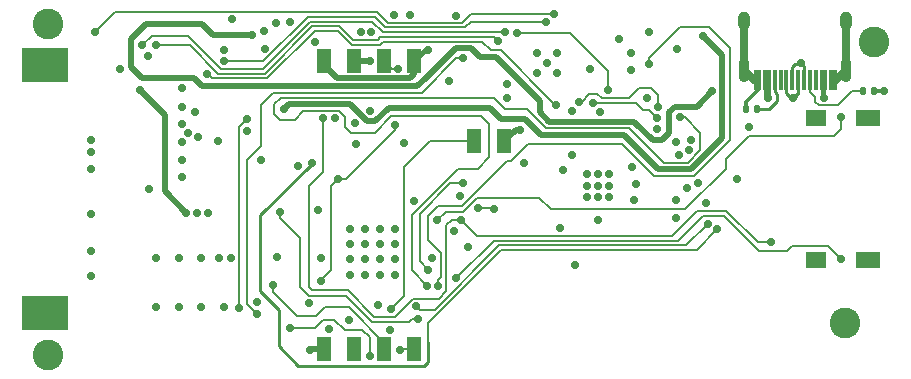
<source format=gtl>
G04 #@! TF.GenerationSoftware,KiCad,Pcbnew,8.0.1*
G04 #@! TF.CreationDate,2024-04-28T03:10:51-05:00*
G04 #@! TF.ProjectId,mini_ble,6d696e69-5f62-46c6-952e-6b696361645f,rev?*
G04 #@! TF.SameCoordinates,Original*
G04 #@! TF.FileFunction,Copper,L1,Top*
G04 #@! TF.FilePolarity,Positive*
%FSLAX46Y46*%
G04 Gerber Fmt 4.6, Leading zero omitted, Abs format (unit mm)*
G04 Created by KiCad (PCBNEW 8.0.1) date 2024-04-28 03:10:51*
%MOMM*%
%LPD*%
G01*
G04 APERTURE LIST*
G04 Aperture macros list*
%AMRoundRect*
0 Rectangle with rounded corners*
0 $1 Rounding radius*
0 $2 $3 $4 $5 $6 $7 $8 $9 X,Y pos of 4 corners*
0 Add a 4 corners polygon primitive as box body*
4,1,4,$2,$3,$4,$5,$6,$7,$8,$9,$2,$3,0*
0 Add four circle primitives for the rounded corners*
1,1,$1+$1,$2,$3*
1,1,$1+$1,$4,$5*
1,1,$1+$1,$6,$7*
1,1,$1+$1,$8,$9*
0 Add four rect primitives between the rounded corners*
20,1,$1+$1,$2,$3,$4,$5,0*
20,1,$1+$1,$4,$5,$6,$7,0*
20,1,$1+$1,$6,$7,$8,$9,0*
20,1,$1+$1,$8,$9,$2,$3,0*%
G04 Aperture macros list end*
G04 #@! TA.AperFunction,ComponentPad*
%ADD10R,4.000000X3.000000*%
G04 #@! TD*
G04 #@! TA.AperFunction,SMDPad,CuDef*
%ADD11R,1.300000X2.000000*%
G04 #@! TD*
G04 #@! TA.AperFunction,ComponentPad*
%ADD12R,1.700000X1.400000*%
G04 #@! TD*
G04 #@! TA.AperFunction,ComponentPad*
%ADD13R,2.050000X1.400000*%
G04 #@! TD*
G04 #@! TA.AperFunction,SMDPad,CuDef*
%ADD14RoundRect,0.147500X0.147500X0.172500X-0.147500X0.172500X-0.147500X-0.172500X0.147500X-0.172500X0*%
G04 #@! TD*
G04 #@! TA.AperFunction,SMDPad,CuDef*
%ADD15RoundRect,0.147500X-0.147500X-0.172500X0.147500X-0.172500X0.147500X0.172500X-0.147500X0.172500X0*%
G04 #@! TD*
G04 #@! TA.AperFunction,ComponentPad*
%ADD16C,2.600000*%
G04 #@! TD*
G04 #@! TA.AperFunction,ComponentPad*
%ADD17O,1.000000X1.600000*%
G04 #@! TD*
G04 #@! TA.AperFunction,ComponentPad*
%ADD18O,0.900000X2.100000*%
G04 #@! TD*
G04 #@! TA.AperFunction,SMDPad,CuDef*
%ADD19R,0.300000X1.750000*%
G04 #@! TD*
G04 #@! TA.AperFunction,ViaPad*
%ADD20C,0.700000*%
G04 #@! TD*
G04 #@! TA.AperFunction,Conductor*
%ADD21C,0.500000*%
G04 #@! TD*
G04 #@! TA.AperFunction,Conductor*
%ADD22C,0.700000*%
G04 #@! TD*
G04 #@! TA.AperFunction,Conductor*
%ADD23C,0.300000*%
G04 #@! TD*
G04 #@! TA.AperFunction,Conductor*
%ADD24C,0.200000*%
G04 #@! TD*
G04 #@! TA.AperFunction,Conductor*
%ADD25C,0.250000*%
G04 #@! TD*
G04 #@! TA.AperFunction,Conductor*
%ADD26C,0.400000*%
G04 #@! TD*
G04 APERTURE END LIST*
D10*
X150800000Y-94600000D03*
X150800000Y-115600000D03*
D11*
X189660000Y-101040000D03*
X187120000Y-101040000D03*
X182040000Y-118650000D03*
X179500000Y-118650000D03*
X176960000Y-118650000D03*
X174420000Y-118650000D03*
X182040000Y-94240000D03*
X179500000Y-94240000D03*
X176960000Y-94240000D03*
X174420000Y-94240000D03*
D12*
X216075000Y-111100000D03*
X216075000Y-99100000D03*
D13*
X220425000Y-111100000D03*
X220425000Y-99100000D03*
D14*
X210115000Y-98300000D03*
X211085000Y-98300000D03*
D15*
X220985000Y-96800000D03*
X220015000Y-96800000D03*
D16*
X218500000Y-116400000D03*
X221000000Y-92600000D03*
X151000000Y-119100000D03*
X151000000Y-91100000D03*
D17*
X218620000Y-90830000D03*
X209980000Y-90830000D03*
D18*
X218620000Y-95010000D03*
X209980000Y-95010000D03*
D19*
X214050000Y-95850000D03*
X213550000Y-95850000D03*
X213050000Y-95850000D03*
X212550000Y-95850000D03*
X215050000Y-95850000D03*
X216050000Y-95850000D03*
X215550000Y-95850000D03*
X214550000Y-95850000D03*
X217650000Y-95850000D03*
X217350000Y-95850000D03*
X216850000Y-95850000D03*
X216550000Y-95850000D03*
X211750000Y-95850000D03*
X212050000Y-95850000D03*
X211250000Y-95850000D03*
X210950000Y-95850000D03*
D20*
X176500000Y-116200000D03*
X177500000Y-91800000D03*
X154700000Y-112450000D03*
X154700000Y-110350000D03*
X154700000Y-107200000D03*
X154700000Y-103350000D03*
X154700000Y-100900000D03*
X163500000Y-98600000D03*
X162400000Y-96500000D03*
X165900000Y-93300000D03*
X173650000Y-92650000D03*
X169300000Y-91700000D03*
X169400000Y-93200000D03*
X160200000Y-115100000D03*
X162100000Y-115100000D03*
X164000000Y-115100000D03*
X165900000Y-115100000D03*
X157100000Y-94900000D03*
X159600000Y-105100000D03*
X172200000Y-103100000D03*
X169100000Y-102600000D03*
X178300000Y-98500000D03*
X181200000Y-101200000D03*
X180300000Y-90350000D03*
X181700000Y-90350000D03*
X185600000Y-90399990D03*
X166500000Y-110900000D03*
X170450000Y-110800000D03*
X180431250Y-108468750D03*
X179143750Y-108468750D03*
X177856250Y-108468750D03*
X176568750Y-108468750D03*
X176568750Y-109756250D03*
X177856250Y-109756250D03*
X179143750Y-109756250D03*
X180431250Y-109756250D03*
X176568750Y-111043750D03*
X177856250Y-111043750D03*
X179143750Y-111043750D03*
X180431250Y-111043750D03*
X180431250Y-112331250D03*
X179143750Y-112331250D03*
X177856250Y-112331250D03*
X176568750Y-112331250D03*
X173200000Y-118700000D03*
X189900000Y-97400000D03*
X200400000Y-93600000D03*
X200400000Y-95000000D03*
X204200000Y-107500000D03*
X204450000Y-102200000D03*
X191300000Y-102850000D03*
X204200000Y-101100000D03*
X200800000Y-104650000D03*
X195400000Y-98500000D03*
X191000000Y-100050000D03*
X192387500Y-95262500D03*
X194112500Y-95262500D03*
X192387500Y-93537500D03*
X194112500Y-93537500D03*
X193300000Y-94400000D03*
X185900000Y-105700000D03*
X186600000Y-110000000D03*
X197800000Y-98600000D03*
X204200000Y-106049990D03*
X167873976Y-100200000D03*
X195650000Y-111550000D03*
X194400000Y-108400000D03*
X196650000Y-105750000D03*
X197600000Y-105750000D03*
X198550000Y-105750000D03*
X197600000Y-104800000D03*
X196650000Y-104800000D03*
X198550000Y-104800000D03*
X197600000Y-103850000D03*
X196650000Y-103850000D03*
X198550000Y-103850000D03*
X210400000Y-99800000D03*
X205499101Y-100899453D03*
X205300000Y-101800000D03*
X221799972Y-96800000D03*
X201900000Y-91800000D03*
X204300000Y-93200000D03*
X202600000Y-100000000D03*
X206050000Y-104600000D03*
X206700000Y-106250000D03*
X171549998Y-90950000D03*
X170350000Y-91000000D03*
X166600000Y-90700000D03*
X162400000Y-98100000D03*
X162400000Y-99600000D03*
X162400000Y-101100000D03*
X162400000Y-102600000D03*
X162400000Y-104100000D03*
X165400000Y-101050000D03*
X163750000Y-100650000D03*
X162900000Y-100350000D03*
X159500036Y-93800000D03*
X180000000Y-117000000D03*
X173100000Y-114750000D03*
X173850000Y-106850000D03*
X168300000Y-92000000D03*
X207250000Y-96800000D03*
X174850000Y-116950000D03*
X178400000Y-91800000D03*
X189900000Y-96150000D03*
X154700000Y-101950000D03*
X185000000Y-95900000D03*
X174100000Y-110900000D03*
X177000000Y-99450000D03*
X177100000Y-101300000D03*
X182000000Y-106100000D03*
X196900000Y-94900000D03*
X200500000Y-103250000D03*
X194650000Y-103500000D03*
X185400000Y-108600000D03*
X183500000Y-110900000D03*
X201700000Y-97400000D03*
X175300000Y-99100000D03*
X209400000Y-104250000D03*
X168750010Y-114650000D03*
X179000000Y-114900026D03*
X199400000Y-92400000D03*
X186200000Y-94000000D03*
X168749990Y-115700000D03*
X197600000Y-107700000D03*
X200600000Y-106000000D03*
X195400000Y-102200000D03*
X205150000Y-105000000D03*
X216700000Y-97350000D03*
X212000000Y-97399996D03*
X196000000Y-97700000D03*
X202700000Y-98100000D03*
X190700000Y-91900000D03*
X198400000Y-96700000D03*
X197200000Y-97800000D03*
X202600000Y-99100000D03*
X183200000Y-93300000D03*
X178250000Y-94250000D03*
X180400000Y-99700000D03*
X180700000Y-94899968D03*
X174100000Y-112900000D03*
X175600000Y-104250000D03*
X180800000Y-118700000D03*
X160200000Y-110900000D03*
X162100000Y-110900000D03*
X164000000Y-110900000D03*
X158800000Y-96700000D03*
X165500000Y-110900000D03*
X162750000Y-107100000D03*
X163650000Y-107100000D03*
X164550000Y-107100000D03*
X187400000Y-106700000D03*
X188800000Y-106800000D03*
X170100000Y-113200000D03*
X180100000Y-115250000D03*
X184000000Y-107700000D03*
X218200000Y-99000000D03*
X185599996Y-112599990D03*
X218200000Y-110999986D03*
X214100000Y-97400010D03*
X214800000Y-94400000D03*
X173350000Y-102900000D03*
X207700000Y-108500000D03*
X206900000Y-108000000D03*
X182200000Y-115000000D03*
X171000000Y-98300000D03*
X170650000Y-107000000D03*
X206500000Y-92100000D03*
X182350000Y-116100000D03*
X186000000Y-107700000D03*
X212199988Y-109599988D03*
X174300000Y-99100000D03*
X160200000Y-92900000D03*
X189124272Y-92575728D03*
X164500000Y-95300000D03*
X194000000Y-97950000D03*
X159000000Y-92900000D03*
X189700000Y-91800000D03*
X155000000Y-91800000D03*
X193900000Y-90300000D03*
X165900000Y-94250000D03*
X193150000Y-90900000D03*
X167850000Y-99149996D03*
X178250000Y-119200000D03*
X171500000Y-116850000D03*
X167200000Y-115150000D03*
X201900000Y-94500000D03*
X184050000Y-113250000D03*
X186200000Y-104600000D03*
X183200000Y-111900000D03*
X204500000Y-99000000D03*
X183129709Y-113249990D03*
D21*
X174420000Y-118650000D02*
X173250000Y-118650000D01*
X173250000Y-118650000D02*
X173200000Y-118700000D01*
X190650000Y-100050000D02*
X189660000Y-101040000D01*
X191000000Y-100050000D02*
X190650000Y-100050000D01*
D22*
X209980000Y-90830000D02*
X209980000Y-95010000D01*
X218620000Y-90830000D02*
X218620000Y-95010000D01*
X210820000Y-95850000D02*
X209980000Y-95010000D01*
X210950000Y-95850000D02*
X210820000Y-95850000D01*
D23*
X210150000Y-95180000D02*
X209980000Y-95010000D01*
D22*
X217780000Y-95850000D02*
X218620000Y-95010000D01*
X217650000Y-95850000D02*
X217780000Y-95850000D01*
D24*
X217350000Y-95850000D02*
X217650000Y-95850000D01*
X211250000Y-95850000D02*
X210950000Y-95850000D01*
D23*
X220985000Y-96800000D02*
X221799972Y-96800000D01*
X211250000Y-96575000D02*
X211250000Y-95850000D01*
X210115000Y-97710000D02*
X211250000Y-96575000D01*
X210115000Y-98300000D02*
X210115000Y-97710000D01*
D21*
X205950000Y-98100000D02*
X207250000Y-96800000D01*
X204100000Y-98100000D02*
X205950000Y-98100000D01*
X203600000Y-98600000D02*
X204100000Y-98100000D01*
X203600000Y-100350000D02*
X203600000Y-98600000D01*
X203000000Y-100950000D02*
X203600000Y-100350000D01*
X200677782Y-99377782D02*
X202250000Y-100950000D01*
X193477782Y-99377782D02*
X200677782Y-99377782D01*
X192700000Y-97600000D02*
X192700000Y-98600000D01*
X192700000Y-98600000D02*
X193477782Y-99377782D01*
X158054671Y-92345329D02*
X158054671Y-94754671D01*
X186855562Y-93144438D02*
X187605562Y-93894438D01*
X159300000Y-91100000D02*
X158054671Y-92345329D01*
X202250000Y-100950000D02*
X203000000Y-100950000D01*
X185559045Y-93144438D02*
X186855562Y-93144438D01*
X164100000Y-91100000D02*
X159300000Y-91100000D01*
X187605562Y-93894438D02*
X188994438Y-93894438D01*
X168300000Y-92000000D02*
X165000000Y-92000000D01*
X164050000Y-96400000D02*
X182300000Y-96400000D01*
X188994438Y-93894438D02*
X192700000Y-97600000D01*
X165000000Y-92000000D02*
X164100000Y-91100000D01*
X159000000Y-95700000D02*
X163350000Y-95700000D01*
X163350000Y-95700000D02*
X164050000Y-96400000D01*
X158054671Y-94754671D02*
X159000000Y-95700000D01*
X182300000Y-96400000D02*
X183059999Y-95640001D01*
X183059999Y-95640001D02*
X183063483Y-95640001D01*
X183063483Y-95640001D02*
X185559045Y-93144438D01*
D24*
X169100000Y-97925000D02*
X169100000Y-101400000D01*
X186200000Y-94000000D02*
X185600000Y-94000000D01*
X185600000Y-94000000D02*
X182650000Y-96950000D01*
X167849999Y-114800009D02*
X168399991Y-115350001D01*
X168399991Y-115350001D02*
X168749990Y-115700000D01*
X167849999Y-102650001D02*
X167849999Y-114800009D01*
X169100000Y-101400000D02*
X167849999Y-102650001D01*
X170075000Y-96950000D02*
X169100000Y-97925000D01*
X182650000Y-96950000D02*
X170075000Y-96950000D01*
X216550000Y-95850000D02*
X216550000Y-97200000D01*
X216550000Y-97200000D02*
X216700000Y-97350000D01*
X216850000Y-97200000D02*
X216700000Y-97350000D01*
X216850000Y-95850000D02*
X216850000Y-97200000D01*
X216700000Y-97350000D02*
X216700000Y-96600000D01*
D25*
X211900000Y-96850000D02*
X211944974Y-96850000D01*
X211950000Y-96855026D02*
X211950004Y-96855026D01*
X211950000Y-96700000D02*
X211950000Y-96855026D01*
X211750000Y-95850000D02*
X211750000Y-97149996D01*
X211750000Y-97149996D02*
X212000000Y-97399996D01*
X212050000Y-97349996D02*
X212000000Y-97399996D01*
X212000000Y-96905022D02*
X212000000Y-97399996D01*
X211950004Y-96855026D02*
X212000000Y-96905022D01*
X212050000Y-95850000D02*
X212050000Y-97349996D01*
X211900000Y-96650000D02*
X211950000Y-96700000D01*
X211944974Y-96850000D02*
X211950000Y-96855026D01*
D24*
X202700000Y-97100000D02*
X202700000Y-98100000D01*
X202100000Y-96500000D02*
X202700000Y-97100000D01*
X201100000Y-96500000D02*
X202100000Y-96500000D01*
X196200000Y-97700000D02*
X196850153Y-97049847D01*
X196850153Y-97049847D02*
X197549847Y-97049847D01*
X197549847Y-97049847D02*
X197900000Y-97400000D01*
X196000000Y-97700000D02*
X196200000Y-97700000D01*
X197900000Y-97400000D02*
X200200000Y-97400000D01*
X200200000Y-97400000D02*
X201100000Y-96500000D01*
X195200000Y-91900000D02*
X190700000Y-91900000D01*
X198400000Y-96700000D02*
X198400000Y-95100000D01*
X198400000Y-95100000D02*
X195200000Y-91900000D01*
X202600000Y-99100000D02*
X201900000Y-98400000D01*
X201900000Y-98400000D02*
X201400000Y-98400000D01*
X200800000Y-97800000D02*
X197200000Y-97800000D01*
X201400000Y-98400000D02*
X200800000Y-97800000D01*
D26*
X182980000Y-93300000D02*
X182040000Y-94240000D01*
X183200000Y-93300000D02*
X182980000Y-93300000D01*
D21*
X174420000Y-94590000D02*
X174420000Y-94240000D01*
X182040000Y-94669970D02*
X182050000Y-94679970D01*
X182040000Y-94240000D02*
X182040000Y-94669970D01*
X182050000Y-94679970D02*
X182050000Y-95300000D01*
X182050000Y-95300000D02*
X181650000Y-95700000D01*
X181650000Y-95700000D02*
X175530000Y-95700000D01*
X175530000Y-95700000D02*
X174420000Y-94590000D01*
X176960000Y-94240000D02*
X178240000Y-94240000D01*
X178240000Y-94240000D02*
X178250000Y-94250000D01*
D24*
X180159968Y-94899968D02*
X180700000Y-94899968D01*
X179500000Y-94240000D02*
X180159968Y-94899968D01*
X174575000Y-112325000D02*
X175000000Y-111900000D01*
X174100000Y-112800000D02*
X174100000Y-112900000D01*
X174575000Y-112325000D02*
X174100000Y-112800000D01*
X175000000Y-104850000D02*
X175600000Y-104250000D01*
X175000000Y-108300000D02*
X175000000Y-104850000D01*
X175000000Y-111900000D02*
X175000000Y-108300000D01*
X180400000Y-100100000D02*
X180400000Y-99700000D01*
X175600000Y-104250000D02*
X176250000Y-104250000D01*
X176250000Y-104250000D02*
X180400000Y-100100000D01*
X180850000Y-118650000D02*
X182040000Y-118650000D01*
X180800000Y-118700000D02*
X180850000Y-118650000D01*
D21*
X162750000Y-107100000D02*
X160900000Y-105250000D01*
X160900000Y-98800000D02*
X158800000Y-96700000D01*
X160900000Y-105250000D02*
X160900000Y-98800000D01*
D24*
X187400000Y-106700000D02*
X188700000Y-106700000D01*
X188700000Y-106700000D02*
X188800000Y-106800000D01*
X179500000Y-118100000D02*
X179500000Y-118650000D01*
X170100000Y-113800000D02*
X172100000Y-115800000D01*
X170100000Y-113200000D02*
X170100000Y-113800000D01*
X173752513Y-115800000D02*
X174452513Y-115100000D01*
X174452513Y-115100000D02*
X176500000Y-115100000D01*
X172100000Y-115800000D02*
X173752513Y-115800000D01*
X176500000Y-115100000D02*
X179500000Y-118100000D01*
X180100000Y-115250000D02*
X181200000Y-114150000D01*
X181200000Y-114150000D02*
X181200000Y-103200000D01*
X183360000Y-101040000D02*
X187120000Y-101040000D01*
X181200000Y-103200000D02*
X183360000Y-101040000D01*
X218200000Y-100000000D02*
X218200000Y-99000000D01*
X217600000Y-100600000D02*
X218200000Y-100000000D01*
X210350000Y-100600000D02*
X217600000Y-100600000D01*
X208400000Y-102550000D02*
X210350000Y-100600000D01*
X204950000Y-106800000D02*
X208400000Y-103350000D01*
X184700000Y-107000000D02*
X186150000Y-107000000D01*
X184000000Y-107700000D02*
X184700000Y-107000000D01*
X186150000Y-107000000D02*
X187325000Y-105825000D01*
X208400000Y-103350000D02*
X208400000Y-102550000D01*
X187325000Y-105825000D02*
X192625000Y-105825000D01*
X192625000Y-105825000D02*
X193600000Y-106800000D01*
X193600000Y-106800000D02*
X204950000Y-106800000D01*
X217850001Y-110649987D02*
X218200000Y-110999986D01*
X217100014Y-109900000D02*
X217850001Y-110649987D01*
X213600000Y-110300000D02*
X214000000Y-109900000D01*
X188749986Y-109450000D02*
X204400000Y-109450000D01*
X185599996Y-112599990D02*
X188749986Y-109450000D01*
X204400000Y-109450000D02*
X206500000Y-107350000D01*
X214000000Y-109900000D02*
X217100014Y-109900000D01*
X206500000Y-107350000D02*
X208250000Y-107350000D01*
X208250000Y-107350000D02*
X211200000Y-110300000D01*
X211200000Y-110300000D02*
X213600000Y-110300000D01*
X219100000Y-96800000D02*
X220015000Y-96800000D01*
X215550000Y-96850000D02*
X216000000Y-97300000D01*
X215550000Y-95850000D02*
X215550000Y-96850000D01*
X216000000Y-97300000D02*
X216000000Y-97700000D01*
X216000000Y-97700000D02*
X216300000Y-98000000D01*
X216300000Y-98000000D02*
X217900000Y-98000000D01*
X217900000Y-98000000D02*
X219100000Y-96800000D01*
D25*
X211500000Y-98300000D02*
X211050000Y-98300000D01*
X212100000Y-98300000D02*
X211500000Y-98300000D01*
X212775000Y-97625000D02*
X212100000Y-98300000D01*
X212775000Y-97075000D02*
X212775000Y-97625000D01*
X212550000Y-95850000D02*
X212550000Y-96850000D01*
X212550000Y-96850000D02*
X212775000Y-97075000D01*
X214550000Y-96975000D02*
X214550000Y-95850000D01*
X214325000Y-97200000D02*
X214550000Y-96975000D01*
X213775000Y-97200000D02*
X214325000Y-97200000D01*
X213550000Y-95850000D02*
X213550000Y-96975000D01*
X213550000Y-96975000D02*
X213775000Y-97200000D01*
D24*
X214449999Y-97050011D02*
X214100000Y-97400010D01*
X214550000Y-96950010D02*
X214449999Y-97050011D01*
X214550000Y-95850000D02*
X214550000Y-96950010D01*
D25*
X214050000Y-94725000D02*
X214275000Y-94500000D01*
X214050000Y-95850000D02*
X214050000Y-94725000D01*
X214275000Y-94500000D02*
X214850000Y-94500000D01*
X215050000Y-94700000D02*
X215050000Y-95850000D01*
X214850000Y-94500000D02*
X215050000Y-94700000D01*
D24*
X215050000Y-94700000D02*
X215050000Y-94650000D01*
X215050000Y-94650000D02*
X214800000Y-94400000D01*
X183200000Y-116450000D02*
X183200000Y-118000000D01*
X189400000Y-110250000D02*
X183200000Y-116450000D01*
X207700000Y-108500000D02*
X205950000Y-110250000D01*
X205950000Y-110250000D02*
X189400000Y-110250000D01*
D25*
X183200000Y-119700000D02*
X183200000Y-118800000D01*
X172200000Y-120050000D02*
X182850000Y-120050000D01*
X183200000Y-118800000D02*
X183200000Y-118000000D01*
X173350000Y-102900000D02*
X173350000Y-102950000D01*
X169000000Y-107300000D02*
X169000000Y-113750000D01*
X182850000Y-120050000D02*
X183200000Y-119700000D01*
X173350000Y-102950000D02*
X169000000Y-107300000D01*
X169000000Y-113750000D02*
X170550000Y-115300000D01*
X170550000Y-115300000D02*
X170550000Y-118400000D01*
X170550000Y-118400000D02*
X172200000Y-120050000D01*
D24*
X205050000Y-109850000D02*
X206900000Y-108000000D01*
X189250000Y-109850000D02*
X205050000Y-109850000D01*
X183750001Y-115349999D02*
X189250000Y-109850000D01*
X182200000Y-115000000D02*
X182549999Y-115349999D01*
X182549999Y-115349999D02*
X183750001Y-115349999D01*
D21*
X171400000Y-97900000D02*
X171000000Y-98300000D01*
X178039998Y-99350000D02*
X176589998Y-97900000D01*
X188450000Y-98200000D02*
X179900000Y-98200000D01*
X189400000Y-99150000D02*
X188450000Y-98200000D01*
X178750000Y-99350000D02*
X178039998Y-99350000D01*
X192750000Y-100500000D02*
X191400000Y-99150000D01*
X208100000Y-93700000D02*
X208100000Y-100750000D01*
X191400000Y-99150000D02*
X189400000Y-99150000D01*
X206500000Y-92100000D02*
X208100000Y-93700000D01*
X208100000Y-100750000D02*
X205450000Y-103400000D01*
X176589998Y-97900000D02*
X171400000Y-97900000D01*
X179900000Y-98200000D02*
X178750000Y-99350000D01*
X205450000Y-103400000D02*
X202700000Y-103400000D01*
X202700000Y-103400000D02*
X199800000Y-100500000D01*
X199800000Y-100500000D02*
X192750000Y-100500000D01*
D24*
X170650000Y-107494974D02*
X172400000Y-109244974D01*
X170650000Y-107000000D02*
X170650000Y-107494974D01*
X172400000Y-109244974D02*
X172400000Y-113400000D01*
X173150000Y-114150000D02*
X176250000Y-114150000D01*
X172400000Y-113400000D02*
X173150000Y-114150000D01*
X176250000Y-114150000D02*
X178450000Y-116350000D01*
X181855026Y-116100000D02*
X182350000Y-116100000D01*
X181605026Y-116350000D02*
X181855026Y-116100000D01*
X180200000Y-116350000D02*
X181605026Y-116350000D01*
X178450000Y-116350000D02*
X180200000Y-116350000D01*
X186349999Y-108049999D02*
X186000000Y-107700000D01*
X211099988Y-109599988D02*
X208450000Y-106950000D01*
X212199988Y-109599988D02*
X211099988Y-109599988D01*
X203900000Y-109050000D02*
X187350000Y-109050000D01*
X208450000Y-106950000D02*
X206000000Y-106950000D01*
X206000000Y-106950000D02*
X203900000Y-109050000D01*
X187350000Y-109050000D02*
X186349999Y-108049999D01*
X174300000Y-99594974D02*
X174300000Y-99100000D01*
X174300000Y-103600000D02*
X174300000Y-99594974D01*
X173100000Y-113350000D02*
X173100000Y-104800000D01*
X173100000Y-104800000D02*
X174300000Y-103600000D01*
X173400000Y-113650000D02*
X173100000Y-113350000D01*
X176400000Y-113650000D02*
X173400000Y-113650000D01*
X178650000Y-115900000D02*
X176400000Y-113650000D01*
X185200000Y-107700000D02*
X184750000Y-108150000D01*
X186000000Y-107700000D02*
X185200000Y-107700000D01*
X184750000Y-108150000D02*
X184750000Y-113700000D01*
X184750000Y-113700000D02*
X184100000Y-114350000D01*
X184100000Y-114350000D02*
X181950000Y-114350000D01*
X180400000Y-115900000D02*
X178650000Y-115900000D01*
X181950000Y-114350000D02*
X180400000Y-115900000D01*
X179155447Y-92244553D02*
X188793097Y-92244553D01*
X178950000Y-92450000D02*
X179155447Y-92244553D01*
X176850000Y-92450000D02*
X178950000Y-92450000D01*
X163050000Y-92900000D02*
X165450000Y-95300000D01*
X160200000Y-92900000D02*
X163050000Y-92900000D01*
X165450000Y-95300000D02*
X169400000Y-95300000D01*
X169400000Y-95300000D02*
X173400000Y-91300000D01*
X188793097Y-92244553D02*
X189124272Y-92575728D01*
X173400000Y-91300000D02*
X175700000Y-91300000D01*
X175700000Y-91300000D02*
X176850000Y-92450000D01*
X173600000Y-91700000D02*
X175600000Y-91700000D01*
X193650001Y-97600001D02*
X194000000Y-97950000D01*
X169600000Y-95700000D02*
X173600000Y-91700000D01*
X176750000Y-92850000D02*
X179150000Y-92850000D01*
X187800000Y-92600000D02*
X188500000Y-93300000D01*
X179400000Y-92600000D02*
X187800000Y-92600000D01*
X179150000Y-92850000D02*
X179400000Y-92600000D01*
X189350000Y-93300000D02*
X193650001Y-97600001D01*
X188500000Y-93300000D02*
X189350000Y-93300000D01*
X175600000Y-91700000D02*
X176750000Y-92850000D01*
X164900000Y-95700000D02*
X165250000Y-95700000D01*
X164500000Y-95300000D02*
X164900000Y-95700000D01*
X165250000Y-95700000D02*
X169600000Y-95700000D01*
X159800000Y-92100000D02*
X159000000Y-92900000D01*
X162850000Y-92100000D02*
X159800000Y-92100000D01*
X179400000Y-91800000D02*
X178500000Y-90900000D01*
X189700000Y-91800000D02*
X179400000Y-91800000D01*
X178500000Y-90900000D02*
X173200000Y-90900000D01*
X173200000Y-90900000D02*
X169200000Y-94900000D01*
X169200000Y-94900000D02*
X165650000Y-94900000D01*
X165650000Y-94900000D02*
X162850000Y-92100000D01*
X155000000Y-91800000D02*
X156700000Y-90100000D01*
X186800000Y-90300000D02*
X193405026Y-90300000D01*
X156700000Y-90100000D02*
X178900000Y-90100000D01*
X186100000Y-91000000D02*
X186800000Y-90300000D01*
X178900000Y-90100000D02*
X179800000Y-91000000D01*
X179800000Y-91000000D02*
X186100000Y-91000000D01*
X193405026Y-90300000D02*
X193900000Y-90300000D01*
X186800000Y-90900000D02*
X192655026Y-90900000D01*
X192655026Y-90900000D02*
X193150000Y-90900000D01*
X173000000Y-90500000D02*
X178700000Y-90500000D01*
X178700000Y-90500000D02*
X179600000Y-91400000D01*
X169250000Y-94250000D02*
X173000000Y-90500000D01*
X179600000Y-91400000D02*
X186300000Y-91400000D01*
X165900000Y-94250000D02*
X169250000Y-94250000D01*
X186300000Y-91400000D02*
X186800000Y-90900000D01*
X167500001Y-99499995D02*
X167850000Y-99149996D01*
X167200016Y-99799980D02*
X167500001Y-99499995D01*
X167200016Y-114200016D02*
X167200016Y-99799980D01*
X167200000Y-114200032D02*
X167200016Y-114200016D01*
X167200000Y-115150000D02*
X167200000Y-114200032D01*
X173600000Y-116850000D02*
X171500000Y-116850000D01*
X178250000Y-119200000D02*
X178250000Y-117650000D01*
X177650000Y-117050000D02*
X176150000Y-117050000D01*
X176150000Y-117050000D02*
X175250000Y-116150000D01*
X178250000Y-117650000D02*
X177650000Y-117050000D01*
X175250000Y-116150000D02*
X174300000Y-116150000D01*
X174300000Y-116150000D02*
X173600000Y-116850000D01*
X201900000Y-93950000D02*
X201900000Y-94500000D01*
X204500000Y-91350000D02*
X201900000Y-93950000D01*
X183200000Y-107350000D02*
X184050000Y-106500000D01*
X208750000Y-93100000D02*
X207000000Y-91350000D01*
X207000000Y-91350000D02*
X204500000Y-91350000D01*
X208750000Y-100950000D02*
X208750000Y-93100000D01*
X202350000Y-104000000D02*
X205700000Y-104000000D01*
X184300000Y-112505026D02*
X184300000Y-110500000D01*
X184300000Y-110500000D02*
X183200000Y-109400000D01*
X184050000Y-113250000D02*
X184050000Y-112755026D01*
X184050000Y-112755026D02*
X184300000Y-112505026D01*
X184050000Y-106500000D02*
X186100000Y-106500000D01*
X186100000Y-106500000D02*
X189850000Y-102750000D01*
X199650000Y-101300000D02*
X202350000Y-104000000D01*
X189850000Y-102750000D02*
X190250000Y-102750000D01*
X183200000Y-109400000D02*
X183200000Y-107350000D01*
X190250000Y-102750000D02*
X191700000Y-101300000D01*
X191700000Y-101300000D02*
X199650000Y-101300000D01*
X205700000Y-104000000D02*
X208750000Y-100950000D01*
X182500000Y-111200000D02*
X183200000Y-111900000D01*
X182500000Y-107200000D02*
X182500000Y-111200000D01*
X186200000Y-104600000D02*
X185100000Y-104600000D01*
X185100000Y-104600000D02*
X182500000Y-107200000D01*
X188400000Y-100200000D02*
X188400000Y-99800000D01*
X181850000Y-111970281D02*
X183129709Y-113249990D01*
X181850000Y-107250000D02*
X181850000Y-111970281D01*
X185750000Y-103350000D02*
X181850000Y-107250000D01*
X187450000Y-103350000D02*
X185750000Y-103350000D01*
X188400000Y-100200000D02*
X188400000Y-102400000D01*
X188400000Y-102400000D02*
X187450000Y-103350000D01*
X204950000Y-99000000D02*
X204500000Y-99000000D01*
X206250000Y-100300000D02*
X204950000Y-99000000D01*
X206250000Y-101794001D02*
X206250000Y-100300000D01*
X205194001Y-102850000D02*
X206250000Y-101794001D01*
X203200000Y-102850000D02*
X205194001Y-102850000D01*
X200250000Y-99900000D02*
X203200000Y-102850000D01*
X191550000Y-98300000D02*
X193150000Y-99900000D01*
X176700000Y-100300000D02*
X176200000Y-99800000D01*
X170700000Y-99200000D02*
X170200000Y-98700000D01*
X188750000Y-97350000D02*
X189700000Y-98300000D01*
X178700000Y-100300000D02*
X176700000Y-100300000D01*
X189700000Y-98300000D02*
X191550000Y-98300000D01*
X188400000Y-100200000D02*
X188400000Y-99600000D01*
X180100000Y-98900000D02*
X178700000Y-100300000D01*
X187700000Y-98900000D02*
X180100000Y-98900000D01*
X176200000Y-99800000D02*
X176200000Y-99000000D01*
X193150000Y-99900000D02*
X200250000Y-99900000D01*
X188400000Y-99600000D02*
X187700000Y-98900000D01*
X172650000Y-98450000D02*
X171900000Y-99200000D01*
X176200000Y-99000000D02*
X175650000Y-98450000D01*
X175650000Y-98450000D02*
X172650000Y-98450000D01*
X171900000Y-99200000D02*
X170700000Y-99200000D01*
X170200000Y-98700000D02*
X170200000Y-97900000D01*
X170200000Y-97900000D02*
X170750000Y-97350000D01*
X170750000Y-97350000D02*
X188750000Y-97350000D01*
M02*

</source>
